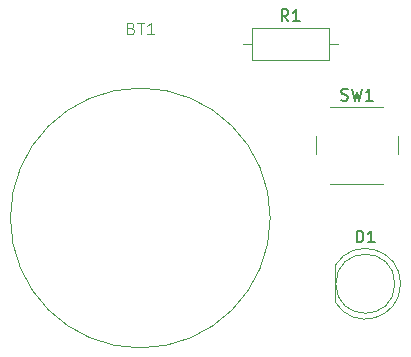
<source format=gbr>
%TF.GenerationSoftware,KiCad,Pcbnew,8.0.1*%
%TF.CreationDate,2025-10-14T16:00:41-07:00*%
%TF.ProjectId,BusinessCardPCB,42757369-6e65-4737-9343-617264504342,rev?*%
%TF.SameCoordinates,Original*%
%TF.FileFunction,Legend,Top*%
%TF.FilePolarity,Positive*%
%FSLAX46Y46*%
G04 Gerber Fmt 4.6, Leading zero omitted, Abs format (unit mm)*
G04 Created by KiCad (PCBNEW 8.0.1) date 2025-10-14 16:00:41*
%MOMM*%
%LPD*%
G01*
G04 APERTURE LIST*
%ADD10C,0.150000*%
%ADD11C,0.100000*%
%ADD12C,0.120000*%
G04 APERTURE END LIST*
D10*
X76743333Y-52984819D02*
X76410000Y-52508628D01*
X76171905Y-52984819D02*
X76171905Y-51984819D01*
X76171905Y-51984819D02*
X76552857Y-51984819D01*
X76552857Y-51984819D02*
X76648095Y-52032438D01*
X76648095Y-52032438D02*
X76695714Y-52080057D01*
X76695714Y-52080057D02*
X76743333Y-52175295D01*
X76743333Y-52175295D02*
X76743333Y-52318152D01*
X76743333Y-52318152D02*
X76695714Y-52413390D01*
X76695714Y-52413390D02*
X76648095Y-52461009D01*
X76648095Y-52461009D02*
X76552857Y-52508628D01*
X76552857Y-52508628D02*
X76171905Y-52508628D01*
X77695714Y-52984819D02*
X77124286Y-52984819D01*
X77410000Y-52984819D02*
X77410000Y-51984819D01*
X77410000Y-51984819D02*
X77314762Y-52127676D01*
X77314762Y-52127676D02*
X77219524Y-52222914D01*
X77219524Y-52222914D02*
X77124286Y-52270533D01*
X82521905Y-71714819D02*
X82521905Y-70714819D01*
X82521905Y-70714819D02*
X82760000Y-70714819D01*
X82760000Y-70714819D02*
X82902857Y-70762438D01*
X82902857Y-70762438D02*
X82998095Y-70857676D01*
X82998095Y-70857676D02*
X83045714Y-70952914D01*
X83045714Y-70952914D02*
X83093333Y-71143390D01*
X83093333Y-71143390D02*
X83093333Y-71286247D01*
X83093333Y-71286247D02*
X83045714Y-71476723D01*
X83045714Y-71476723D02*
X82998095Y-71571961D01*
X82998095Y-71571961D02*
X82902857Y-71667200D01*
X82902857Y-71667200D02*
X82760000Y-71714819D01*
X82760000Y-71714819D02*
X82521905Y-71714819D01*
X84045714Y-71714819D02*
X83474286Y-71714819D01*
X83760000Y-71714819D02*
X83760000Y-70714819D01*
X83760000Y-70714819D02*
X83664762Y-70857676D01*
X83664762Y-70857676D02*
X83569524Y-70952914D01*
X83569524Y-70952914D02*
X83474286Y-71000533D01*
D11*
X63424285Y-53581609D02*
X63567142Y-53629228D01*
X63567142Y-53629228D02*
X63614761Y-53676847D01*
X63614761Y-53676847D02*
X63662380Y-53772085D01*
X63662380Y-53772085D02*
X63662380Y-53914942D01*
X63662380Y-53914942D02*
X63614761Y-54010180D01*
X63614761Y-54010180D02*
X63567142Y-54057800D01*
X63567142Y-54057800D02*
X63471904Y-54105419D01*
X63471904Y-54105419D02*
X63090952Y-54105419D01*
X63090952Y-54105419D02*
X63090952Y-53105419D01*
X63090952Y-53105419D02*
X63424285Y-53105419D01*
X63424285Y-53105419D02*
X63519523Y-53153038D01*
X63519523Y-53153038D02*
X63567142Y-53200657D01*
X63567142Y-53200657D02*
X63614761Y-53295895D01*
X63614761Y-53295895D02*
X63614761Y-53391133D01*
X63614761Y-53391133D02*
X63567142Y-53486371D01*
X63567142Y-53486371D02*
X63519523Y-53533990D01*
X63519523Y-53533990D02*
X63424285Y-53581609D01*
X63424285Y-53581609D02*
X63090952Y-53581609D01*
X63948095Y-53105419D02*
X64519523Y-53105419D01*
X64233809Y-54105419D02*
X64233809Y-53105419D01*
X65376666Y-54105419D02*
X64805238Y-54105419D01*
X65090952Y-54105419D02*
X65090952Y-53105419D01*
X65090952Y-53105419D02*
X64995714Y-53248276D01*
X64995714Y-53248276D02*
X64900476Y-53343514D01*
X64900476Y-53343514D02*
X64805238Y-53391133D01*
D10*
X81216667Y-59657200D02*
X81359524Y-59704819D01*
X81359524Y-59704819D02*
X81597619Y-59704819D01*
X81597619Y-59704819D02*
X81692857Y-59657200D01*
X81692857Y-59657200D02*
X81740476Y-59609580D01*
X81740476Y-59609580D02*
X81788095Y-59514342D01*
X81788095Y-59514342D02*
X81788095Y-59419104D01*
X81788095Y-59419104D02*
X81740476Y-59323866D01*
X81740476Y-59323866D02*
X81692857Y-59276247D01*
X81692857Y-59276247D02*
X81597619Y-59228628D01*
X81597619Y-59228628D02*
X81407143Y-59181009D01*
X81407143Y-59181009D02*
X81311905Y-59133390D01*
X81311905Y-59133390D02*
X81264286Y-59085771D01*
X81264286Y-59085771D02*
X81216667Y-58990533D01*
X81216667Y-58990533D02*
X81216667Y-58895295D01*
X81216667Y-58895295D02*
X81264286Y-58800057D01*
X81264286Y-58800057D02*
X81311905Y-58752438D01*
X81311905Y-58752438D02*
X81407143Y-58704819D01*
X81407143Y-58704819D02*
X81645238Y-58704819D01*
X81645238Y-58704819D02*
X81788095Y-58752438D01*
X82121429Y-58704819D02*
X82359524Y-59704819D01*
X82359524Y-59704819D02*
X82550000Y-58990533D01*
X82550000Y-58990533D02*
X82740476Y-59704819D01*
X82740476Y-59704819D02*
X82978572Y-58704819D01*
X83883333Y-59704819D02*
X83311905Y-59704819D01*
X83597619Y-59704819D02*
X83597619Y-58704819D01*
X83597619Y-58704819D02*
X83502381Y-58847676D01*
X83502381Y-58847676D02*
X83407143Y-58942914D01*
X83407143Y-58942914D02*
X83311905Y-58990533D01*
D12*
%TO.C,R1*%
X72870000Y-54900000D02*
X73640000Y-54900000D01*
X73640000Y-53530000D02*
X73640000Y-56270000D01*
X73640000Y-56270000D02*
X80180000Y-56270000D01*
X80180000Y-53530000D02*
X73640000Y-53530000D01*
X80180000Y-56270000D02*
X80180000Y-53530000D01*
X80950000Y-54900000D02*
X80180000Y-54900000D01*
%TO.C,D1*%
X80700000Y-73675000D02*
X80700000Y-76765000D01*
X80700001Y-73675170D02*
G75*
G02*
X86249999Y-75220462I2559999J-1544830D01*
G01*
X86250000Y-75219538D02*
G75*
G02*
X80700000Y-76764830I-2990000J-462D01*
G01*
X85760000Y-75220000D02*
G75*
G02*
X80760000Y-75220000I-2500000J0D01*
G01*
X80760000Y-75220000D02*
G75*
G02*
X85760000Y-75220000I2500000J0D01*
G01*
D11*
%TO.C,BT1*%
X75210000Y-69650000D02*
G75*
G02*
X53210000Y-69650000I-11000000J0D01*
G01*
X53210000Y-69650000D02*
G75*
G02*
X75210000Y-69650000I11000000J0D01*
G01*
D12*
%TO.C,SW1*%
X79050000Y-62750000D02*
X79050000Y-64250000D01*
X80300000Y-66750000D02*
X84800000Y-66750000D01*
X84800000Y-60250000D02*
X80300000Y-60250000D01*
X86050000Y-64250000D02*
X86050000Y-62750000D01*
%TD*%
M02*

</source>
